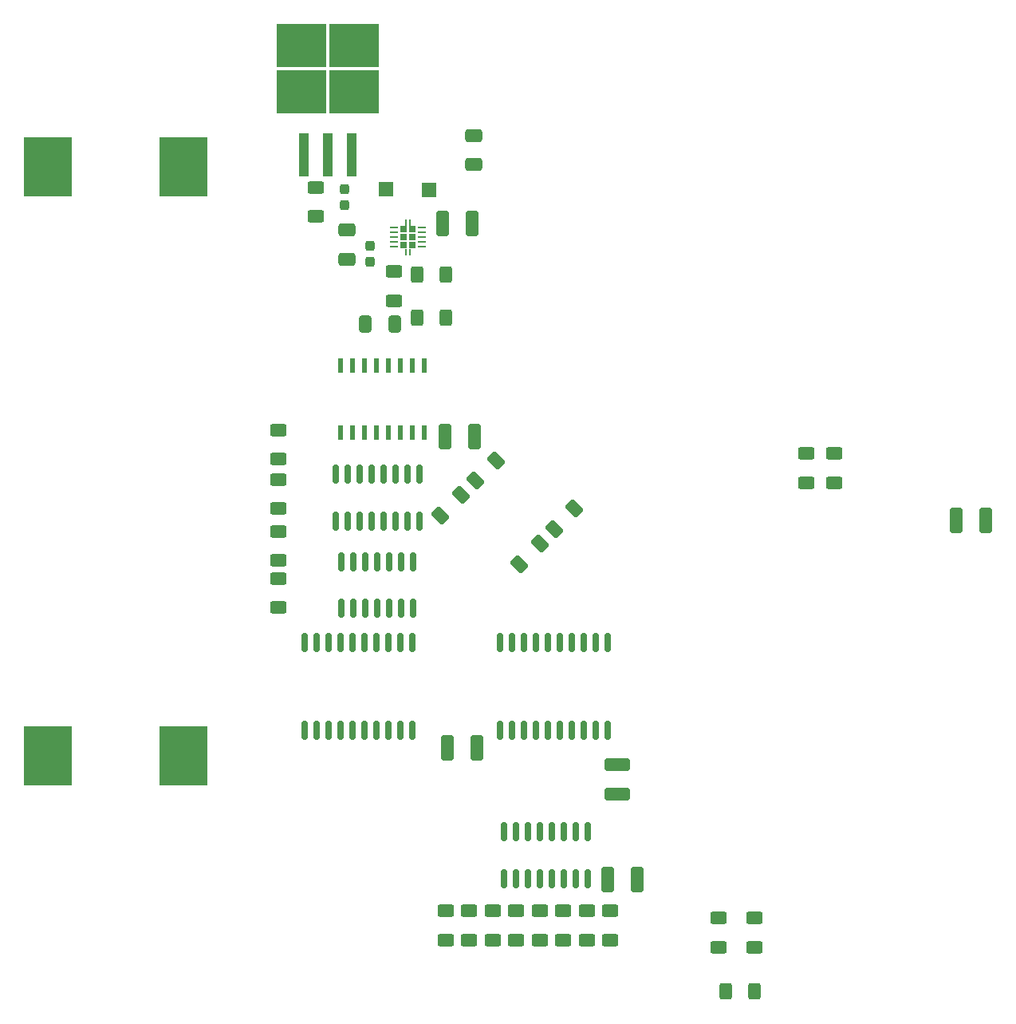
<source format=gbr>
%TF.GenerationSoftware,KiCad,Pcbnew,6.0.4-6f826c9f35~116~ubuntu20.04.1*%
%TF.CreationDate,2022-12-07T13:40:06+01:00*%
%TF.ProjectId,Salwa2,53616c77-6132-42e6-9b69-6361645f7063,rev?*%
%TF.SameCoordinates,Original*%
%TF.FileFunction,Paste,Top*%
%TF.FilePolarity,Positive*%
%FSLAX46Y46*%
G04 Gerber Fmt 4.6, Leading zero omitted, Abs format (unit mm)*
G04 Created by KiCad (PCBNEW 6.0.4-6f826c9f35~116~ubuntu20.04.1) date 2022-12-07 13:40:06*
%MOMM*%
%LPD*%
G01*
G04 APERTURE LIST*
G04 Aperture macros list*
%AMRoundRect*
0 Rectangle with rounded corners*
0 $1 Rounding radius*
0 $2 $3 $4 $5 $6 $7 $8 $9 X,Y pos of 4 corners*
0 Add a 4 corners polygon primitive as box body*
4,1,4,$2,$3,$4,$5,$6,$7,$8,$9,$2,$3,0*
0 Add four circle primitives for the rounded corners*
1,1,$1+$1,$2,$3*
1,1,$1+$1,$4,$5*
1,1,$1+$1,$6,$7*
1,1,$1+$1,$8,$9*
0 Add four rect primitives between the rounded corners*
20,1,$1+$1,$2,$3,$4,$5,0*
20,1,$1+$1,$4,$5,$6,$7,0*
20,1,$1+$1,$6,$7,$8,$9,0*
20,1,$1+$1,$8,$9,$2,$3,0*%
G04 Aperture macros list end*
%ADD10RoundRect,0.250000X-0.412500X-1.100000X0.412500X-1.100000X0.412500X1.100000X-0.412500X1.100000X0*%
%ADD11RoundRect,0.250000X0.625000X-0.400000X0.625000X0.400000X-0.625000X0.400000X-0.625000X-0.400000X0*%
%ADD12RoundRect,0.250000X-0.400000X-0.625000X0.400000X-0.625000X0.400000X0.625000X-0.400000X0.625000X0*%
%ADD13RoundRect,0.237500X0.237500X-0.287500X0.237500X0.287500X-0.237500X0.287500X-0.237500X-0.287500X0*%
%ADD14RoundRect,0.250000X-0.625000X0.400000X-0.625000X-0.400000X0.625000X-0.400000X0.625000X0.400000X0*%
%ADD15R,0.600000X1.500000*%
%ADD16R,1.600000X1.600000*%
%ADD17RoundRect,0.250000X0.159099X-0.724784X0.724784X-0.159099X-0.159099X0.724784X-0.724784X0.159099X0*%
%ADD18R,0.640000X0.640000*%
%ADD19R,0.850000X0.280000*%
%ADD20R,0.280000X0.700000*%
%ADD21R,5.080000X6.350000*%
%ADD22RoundRect,0.150000X-0.150000X0.825000X-0.150000X-0.825000X0.150000X-0.825000X0.150000X0.825000X0*%
%ADD23RoundRect,0.250000X-0.412500X-0.650000X0.412500X-0.650000X0.412500X0.650000X-0.412500X0.650000X0*%
%ADD24RoundRect,0.237500X-0.237500X0.300000X-0.237500X-0.300000X0.237500X-0.300000X0.237500X0.300000X0*%
%ADD25R,5.250000X4.550000*%
%ADD26R,1.100000X4.600000*%
%ADD27RoundRect,0.250000X-1.100000X0.412500X-1.100000X-0.412500X1.100000X-0.412500X1.100000X0.412500X0*%
%ADD28RoundRect,0.150000X-0.150000X0.875000X-0.150000X-0.875000X0.150000X-0.875000X0.150000X0.875000X0*%
%ADD29RoundRect,0.250000X0.650000X-0.412500X0.650000X0.412500X-0.650000X0.412500X-0.650000X-0.412500X0*%
%ADD30RoundRect,0.250000X-0.650000X0.412500X-0.650000X-0.412500X0.650000X-0.412500X0.650000X0.412500X0*%
%ADD31RoundRect,0.250000X0.400000X0.625000X-0.400000X0.625000X-0.400000X-0.625000X0.400000X-0.625000X0*%
G04 APERTURE END LIST*
D10*
%TO.C,C6*%
X141465515Y-133141658D03*
X144590515Y-133141658D03*
%TD*%
%TO.C,C5*%
X178428600Y-94999999D03*
X181553600Y-94999999D03*
%TD*%
D11*
%TO.C,R20*%
X131750000Y-139550000D03*
X131750000Y-136450000D03*
%TD*%
D12*
%TO.C,R12*%
X121200000Y-73500000D03*
X124300000Y-73500000D03*
%TD*%
D11*
%TO.C,R22*%
X126750000Y-139550000D03*
X126750000Y-136450000D03*
%TD*%
D13*
%TO.C,D1*%
X113500000Y-61625000D03*
X113500000Y-59875000D03*
%TD*%
D14*
%TO.C,R16*%
X157000000Y-137200000D03*
X157000000Y-140300000D03*
%TD*%
D15*
%TO.C,U4*%
X121973016Y-78591659D03*
X120703016Y-78591659D03*
X119433016Y-78591659D03*
X118163016Y-78591659D03*
X116893016Y-78591659D03*
X115623016Y-78591659D03*
X114353016Y-78591659D03*
X113083016Y-78591659D03*
X113083016Y-85691659D03*
X114353016Y-85691659D03*
X115623016Y-85691659D03*
X116893016Y-85691659D03*
X118163016Y-85691659D03*
X119433016Y-85691659D03*
X120703016Y-85691659D03*
X121973016Y-85691659D03*
%TD*%
D10*
%TO.C,C8*%
X123937500Y-63500000D03*
X127062500Y-63500000D03*
%TD*%
D11*
%TO.C,R25*%
X124250000Y-139550000D03*
X124250000Y-136450000D03*
%TD*%
%TO.C,R19*%
X134250000Y-139550000D03*
X134250000Y-136450000D03*
%TD*%
D16*
%TO.C,L1*%
X117947278Y-59872924D03*
X122486227Y-59956859D03*
%TD*%
D17*
%TO.C,R3*%
X135750000Y-96000000D03*
X137942032Y-93807968D03*
%TD*%
D18*
%TO.C,U1*%
X120730000Y-65860000D03*
X120730000Y-65000000D03*
X119770000Y-65860000D03*
X119770000Y-64140000D03*
X120730000Y-64140000D03*
X119770000Y-65000000D03*
D19*
X118775000Y-64000000D03*
X118775000Y-64500000D03*
X118775000Y-65000000D03*
X118775000Y-65500000D03*
X118775000Y-66000000D03*
X121725000Y-66000000D03*
X121725000Y-65500000D03*
X121725000Y-65000000D03*
X121725000Y-64500000D03*
X121725000Y-64000000D03*
D20*
X120500000Y-63450000D03*
X120500000Y-66550000D03*
X120000000Y-63450000D03*
X120000000Y-66550000D03*
%TD*%
D14*
%TO.C,R14*%
X165500000Y-87950000D03*
X165500000Y-91050000D03*
%TD*%
D17*
%TO.C,R4*%
X132037689Y-99712311D03*
X134229721Y-97520279D03*
%TD*%
D21*
%TO.C,BT1*%
X96449998Y-57495300D03*
X96449998Y-120004700D03*
X82050002Y-57495300D03*
X82050002Y-120004700D03*
%TD*%
D11*
%TO.C,R8*%
X106500000Y-104300000D03*
X106500000Y-101200000D03*
%TD*%
D22*
%TO.C,U6*%
X139320000Y-128075000D03*
X138050000Y-128075000D03*
X136780000Y-128075000D03*
X135510000Y-128075000D03*
X134240000Y-128075000D03*
X132970000Y-128075000D03*
X131700000Y-128075000D03*
X130430000Y-128075000D03*
X130430000Y-133025000D03*
X131700000Y-133025000D03*
X132970000Y-133025000D03*
X134240000Y-133025000D03*
X135510000Y-133025000D03*
X136780000Y-133025000D03*
X138050000Y-133025000D03*
X139320000Y-133025000D03*
%TD*%
D11*
%TO.C,R7*%
X106500000Y-99300000D03*
X106500000Y-96200000D03*
%TD*%
D23*
%TO.C,C3*%
X115687500Y-74250000D03*
X118812500Y-74250000D03*
%TD*%
D14*
%TO.C,R5*%
X106500000Y-90700000D03*
X106500000Y-93800000D03*
%TD*%
D17*
%TO.C,R2*%
X123691673Y-94558327D03*
X125883705Y-92366295D03*
%TD*%
D24*
%TO.C,C2*%
X116250000Y-65887500D03*
X116250000Y-67612500D03*
%TD*%
D25*
%TO.C,Q1*%
X114525000Y-44700000D03*
X114525000Y-49550000D03*
X108975000Y-44700000D03*
X108975000Y-49550000D03*
D26*
X109210000Y-56275000D03*
X111750000Y-56275000D03*
X114290000Y-56275000D03*
%TD*%
D10*
%TO.C,C10*%
X124215515Y-86141659D03*
X127340515Y-86141659D03*
%TD*%
D11*
%TO.C,R15*%
X153250000Y-140300000D03*
X153250000Y-137200000D03*
%TD*%
%TO.C,R13*%
X162500000Y-91050000D03*
X162500000Y-87950000D03*
%TD*%
D27*
%TO.C,C9*%
X142500000Y-120937500D03*
X142500000Y-124062500D03*
%TD*%
D28*
%TO.C,U3*%
X120743016Y-107991659D03*
X119473016Y-107991659D03*
X118203016Y-107991659D03*
X116933016Y-107991659D03*
X115663016Y-107991659D03*
X114393016Y-107991659D03*
X113123016Y-107991659D03*
X111853016Y-107991659D03*
X110583016Y-107991659D03*
X109313016Y-107991659D03*
X109313016Y-117291659D03*
X110583016Y-117291659D03*
X111853016Y-117291659D03*
X113123016Y-117291659D03*
X114393016Y-117291659D03*
X115663016Y-117291659D03*
X116933016Y-117291659D03*
X118203016Y-117291659D03*
X119473016Y-117291659D03*
X120743016Y-117291659D03*
%TD*%
D12*
%TO.C,R17*%
X153950000Y-145000000D03*
X157050000Y-145000000D03*
%TD*%
D17*
%TO.C,R1*%
X127403984Y-90846016D03*
X129596016Y-88653984D03*
%TD*%
D22*
%TO.C,U5*%
X120838015Y-99416659D03*
X119568015Y-99416659D03*
X118298015Y-99416659D03*
X117028015Y-99416659D03*
X115758015Y-99416659D03*
X114488015Y-99416659D03*
X113218015Y-99416659D03*
X113218015Y-104366659D03*
X114488015Y-104366659D03*
X115758015Y-104366659D03*
X117028015Y-104366659D03*
X118298015Y-104366659D03*
X119568015Y-104366659D03*
X120838015Y-104366659D03*
%TD*%
D11*
%TO.C,R21*%
X129250000Y-139550000D03*
X129250000Y-136450000D03*
%TD*%
D29*
%TO.C,C4*%
X127250000Y-57312500D03*
X127250000Y-54187500D03*
%TD*%
D11*
%TO.C,R18*%
X136750000Y-139550000D03*
X136750000Y-136450000D03*
%TD*%
D30*
%TO.C,C1*%
X113750000Y-64187500D03*
X113750000Y-67312500D03*
%TD*%
D28*
%TO.C,U7*%
X141493015Y-107991659D03*
X140223015Y-107991659D03*
X138953015Y-107991659D03*
X137683015Y-107991659D03*
X136413015Y-107991659D03*
X135143015Y-107991659D03*
X133873015Y-107991659D03*
X132603015Y-107991659D03*
X131333015Y-107991659D03*
X130063015Y-107991659D03*
X130063015Y-117291659D03*
X131333015Y-117291659D03*
X132603015Y-117291659D03*
X133873015Y-117291659D03*
X135143015Y-117291659D03*
X136413015Y-117291659D03*
X137683015Y-117291659D03*
X138953015Y-117291659D03*
X140223015Y-117291659D03*
X141493015Y-117291659D03*
%TD*%
D11*
%TO.C,R23*%
X141750000Y-139550000D03*
X141750000Y-136450000D03*
%TD*%
D22*
%TO.C,U8*%
X121473015Y-90166658D03*
X120203015Y-90166658D03*
X118933015Y-90166658D03*
X117663015Y-90166658D03*
X116393015Y-90166658D03*
X115123015Y-90166658D03*
X113853015Y-90166658D03*
X112583015Y-90166658D03*
X112583015Y-95116658D03*
X113853015Y-95116658D03*
X115123015Y-95116658D03*
X116393015Y-95116658D03*
X117663015Y-95116658D03*
X118933015Y-95116658D03*
X120203015Y-95116658D03*
X121473015Y-95116658D03*
%TD*%
D10*
%TO.C,C7*%
X124465515Y-119141659D03*
X127590515Y-119141659D03*
%TD*%
D11*
%TO.C,R24*%
X139250000Y-139550000D03*
X139250000Y-136450000D03*
%TD*%
D14*
%TO.C,R10*%
X118750000Y-68649999D03*
X118750000Y-71749999D03*
%TD*%
D31*
%TO.C,R11*%
X124300000Y-69000000D03*
X121200000Y-69000000D03*
%TD*%
D14*
%TO.C,R6*%
X106500000Y-85450000D03*
X106500000Y-88550000D03*
%TD*%
%TO.C,R9*%
X110500000Y-59700000D03*
X110500000Y-62800000D03*
%TD*%
M02*

</source>
